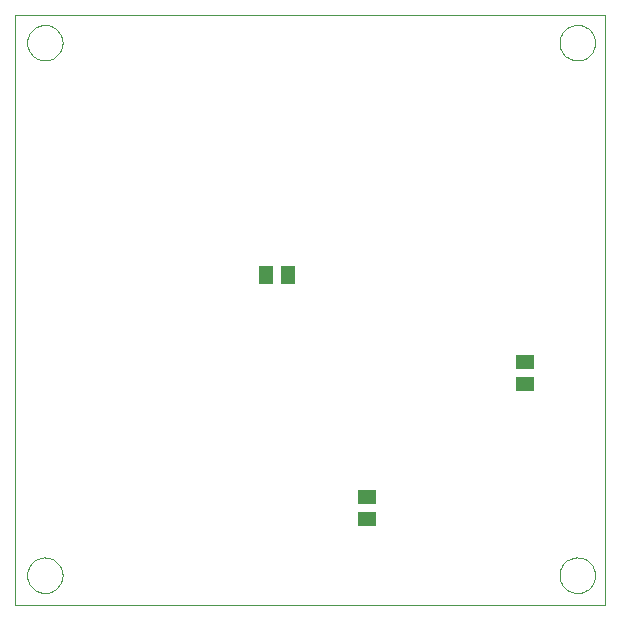
<source format=gbp>
G75*
%MOIN*%
%OFA0B0*%
%FSLAX24Y24*%
%IPPOS*%
%LPD*%
%AMOC8*
5,1,8,0,0,1.08239X$1,22.5*
%
%ADD10C,0.0000*%
%ADD11R,0.0591X0.0512*%
%ADD12R,0.0512X0.0591*%
D10*
X000100Y000100D02*
X000100Y019785D01*
X019785Y019785D01*
X019785Y000100D01*
X000100Y000100D01*
X000509Y001100D02*
X000511Y001148D01*
X000517Y001196D01*
X000527Y001243D01*
X000540Y001289D01*
X000558Y001334D01*
X000578Y001378D01*
X000603Y001420D01*
X000631Y001459D01*
X000661Y001496D01*
X000695Y001530D01*
X000732Y001562D01*
X000770Y001591D01*
X000811Y001616D01*
X000854Y001638D01*
X000899Y001656D01*
X000945Y001670D01*
X000992Y001681D01*
X001040Y001688D01*
X001088Y001691D01*
X001136Y001690D01*
X001184Y001685D01*
X001232Y001676D01*
X001278Y001664D01*
X001323Y001647D01*
X001367Y001627D01*
X001409Y001604D01*
X001449Y001577D01*
X001487Y001547D01*
X001522Y001514D01*
X001554Y001478D01*
X001584Y001440D01*
X001610Y001399D01*
X001632Y001356D01*
X001652Y001312D01*
X001667Y001267D01*
X001679Y001220D01*
X001687Y001172D01*
X001691Y001124D01*
X001691Y001076D01*
X001687Y001028D01*
X001679Y000980D01*
X001667Y000933D01*
X001652Y000888D01*
X001632Y000844D01*
X001610Y000801D01*
X001584Y000760D01*
X001554Y000722D01*
X001522Y000686D01*
X001487Y000653D01*
X001449Y000623D01*
X001409Y000596D01*
X001367Y000573D01*
X001323Y000553D01*
X001278Y000536D01*
X001232Y000524D01*
X001184Y000515D01*
X001136Y000510D01*
X001088Y000509D01*
X001040Y000512D01*
X000992Y000519D01*
X000945Y000530D01*
X000899Y000544D01*
X000854Y000562D01*
X000811Y000584D01*
X000770Y000609D01*
X000732Y000638D01*
X000695Y000670D01*
X000661Y000704D01*
X000631Y000741D01*
X000603Y000780D01*
X000578Y000822D01*
X000558Y000866D01*
X000540Y000911D01*
X000527Y000957D01*
X000517Y001004D01*
X000511Y001052D01*
X000509Y001100D01*
X000509Y018850D02*
X000511Y018898D01*
X000517Y018946D01*
X000527Y018993D01*
X000540Y019039D01*
X000558Y019084D01*
X000578Y019128D01*
X000603Y019170D01*
X000631Y019209D01*
X000661Y019246D01*
X000695Y019280D01*
X000732Y019312D01*
X000770Y019341D01*
X000811Y019366D01*
X000854Y019388D01*
X000899Y019406D01*
X000945Y019420D01*
X000992Y019431D01*
X001040Y019438D01*
X001088Y019441D01*
X001136Y019440D01*
X001184Y019435D01*
X001232Y019426D01*
X001278Y019414D01*
X001323Y019397D01*
X001367Y019377D01*
X001409Y019354D01*
X001449Y019327D01*
X001487Y019297D01*
X001522Y019264D01*
X001554Y019228D01*
X001584Y019190D01*
X001610Y019149D01*
X001632Y019106D01*
X001652Y019062D01*
X001667Y019017D01*
X001679Y018970D01*
X001687Y018922D01*
X001691Y018874D01*
X001691Y018826D01*
X001687Y018778D01*
X001679Y018730D01*
X001667Y018683D01*
X001652Y018638D01*
X001632Y018594D01*
X001610Y018551D01*
X001584Y018510D01*
X001554Y018472D01*
X001522Y018436D01*
X001487Y018403D01*
X001449Y018373D01*
X001409Y018346D01*
X001367Y018323D01*
X001323Y018303D01*
X001278Y018286D01*
X001232Y018274D01*
X001184Y018265D01*
X001136Y018260D01*
X001088Y018259D01*
X001040Y018262D01*
X000992Y018269D01*
X000945Y018280D01*
X000899Y018294D01*
X000854Y018312D01*
X000811Y018334D01*
X000770Y018359D01*
X000732Y018388D01*
X000695Y018420D01*
X000661Y018454D01*
X000631Y018491D01*
X000603Y018530D01*
X000578Y018572D01*
X000558Y018616D01*
X000540Y018661D01*
X000527Y018707D01*
X000517Y018754D01*
X000511Y018802D01*
X000509Y018850D01*
X018259Y018850D02*
X018261Y018898D01*
X018267Y018946D01*
X018277Y018993D01*
X018290Y019039D01*
X018308Y019084D01*
X018328Y019128D01*
X018353Y019170D01*
X018381Y019209D01*
X018411Y019246D01*
X018445Y019280D01*
X018482Y019312D01*
X018520Y019341D01*
X018561Y019366D01*
X018604Y019388D01*
X018649Y019406D01*
X018695Y019420D01*
X018742Y019431D01*
X018790Y019438D01*
X018838Y019441D01*
X018886Y019440D01*
X018934Y019435D01*
X018982Y019426D01*
X019028Y019414D01*
X019073Y019397D01*
X019117Y019377D01*
X019159Y019354D01*
X019199Y019327D01*
X019237Y019297D01*
X019272Y019264D01*
X019304Y019228D01*
X019334Y019190D01*
X019360Y019149D01*
X019382Y019106D01*
X019402Y019062D01*
X019417Y019017D01*
X019429Y018970D01*
X019437Y018922D01*
X019441Y018874D01*
X019441Y018826D01*
X019437Y018778D01*
X019429Y018730D01*
X019417Y018683D01*
X019402Y018638D01*
X019382Y018594D01*
X019360Y018551D01*
X019334Y018510D01*
X019304Y018472D01*
X019272Y018436D01*
X019237Y018403D01*
X019199Y018373D01*
X019159Y018346D01*
X019117Y018323D01*
X019073Y018303D01*
X019028Y018286D01*
X018982Y018274D01*
X018934Y018265D01*
X018886Y018260D01*
X018838Y018259D01*
X018790Y018262D01*
X018742Y018269D01*
X018695Y018280D01*
X018649Y018294D01*
X018604Y018312D01*
X018561Y018334D01*
X018520Y018359D01*
X018482Y018388D01*
X018445Y018420D01*
X018411Y018454D01*
X018381Y018491D01*
X018353Y018530D01*
X018328Y018572D01*
X018308Y018616D01*
X018290Y018661D01*
X018277Y018707D01*
X018267Y018754D01*
X018261Y018802D01*
X018259Y018850D01*
X018259Y001100D02*
X018261Y001148D01*
X018267Y001196D01*
X018277Y001243D01*
X018290Y001289D01*
X018308Y001334D01*
X018328Y001378D01*
X018353Y001420D01*
X018381Y001459D01*
X018411Y001496D01*
X018445Y001530D01*
X018482Y001562D01*
X018520Y001591D01*
X018561Y001616D01*
X018604Y001638D01*
X018649Y001656D01*
X018695Y001670D01*
X018742Y001681D01*
X018790Y001688D01*
X018838Y001691D01*
X018886Y001690D01*
X018934Y001685D01*
X018982Y001676D01*
X019028Y001664D01*
X019073Y001647D01*
X019117Y001627D01*
X019159Y001604D01*
X019199Y001577D01*
X019237Y001547D01*
X019272Y001514D01*
X019304Y001478D01*
X019334Y001440D01*
X019360Y001399D01*
X019382Y001356D01*
X019402Y001312D01*
X019417Y001267D01*
X019429Y001220D01*
X019437Y001172D01*
X019441Y001124D01*
X019441Y001076D01*
X019437Y001028D01*
X019429Y000980D01*
X019417Y000933D01*
X019402Y000888D01*
X019382Y000844D01*
X019360Y000801D01*
X019334Y000760D01*
X019304Y000722D01*
X019272Y000686D01*
X019237Y000653D01*
X019199Y000623D01*
X019159Y000596D01*
X019117Y000573D01*
X019073Y000553D01*
X019028Y000536D01*
X018982Y000524D01*
X018934Y000515D01*
X018886Y000510D01*
X018838Y000509D01*
X018790Y000512D01*
X018742Y000519D01*
X018695Y000530D01*
X018649Y000544D01*
X018604Y000562D01*
X018561Y000584D01*
X018520Y000609D01*
X018482Y000638D01*
X018445Y000670D01*
X018411Y000704D01*
X018381Y000741D01*
X018353Y000780D01*
X018328Y000822D01*
X018308Y000866D01*
X018290Y000911D01*
X018277Y000957D01*
X018267Y001004D01*
X018261Y001052D01*
X018259Y001100D01*
D11*
X017100Y007476D03*
X017100Y008224D03*
X011850Y003724D03*
X011850Y002976D03*
D12*
X009224Y011100D03*
X008476Y011100D03*
M02*

</source>
